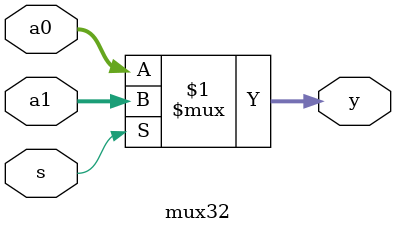
<source format=v>



//// µ÷ÓÃ32Î»¶þÑ¡Ò»mux2x32³ÌÐò²¹³äÏÂÃæ´úÂë£¬ÊµÏÖÅÐ¶Ï×óÒÆ»¹ÊÇÓÒÒÆ
///********** Begin *********/
//mux2x32 m_right4 (sdl4,sdr4,right,t4);
///********** End *********/         
//    /********* Explaination *********/
//        //Èç¹ûright=1£¬ÎªÓÒÒÆ£¬t4=sdr4
//        //Ö®ºó¸ù¾Ý ++sa£º5Î»ÒÆÎ»Î»ÊýÊäÈë¶Ë++ ÊÇ·ñÎª1ÅÐ¶ÏÊÇ·ñÒÆÎ»
//        //Èç¹ûsa[4:0]=10000; ¼´sa[4]=1,Ö¤Ã÷ÒÆÎ»16Î»£¬
//        //Í¬ÀíÒÆÎ»8Î»£¬4Î»£¬1Î»£¬Ò²¿ÉÒÔ¶à´ÎÒÆÎ»£¬Ö»ÒªÏàÓ¦µÄsa[i]==1
//    /**********    End      *********/
    
//    /******************************* ****************************/
////	ÉÏÊö´úÂëµ÷ÓÃ32Î»¶þÑ¡Ò»Â·¶àÂ·Ñ¡ÔñÆ÷£¬´úÂëÔÚ2021ÄêÖ®Ç°educator¿ÉÒÔÊ¹ÓÃ£¬
////	µ«ÊÇ2022Äê½«educator½«32Î»¶þÑ¡Ò»Â·Multiplexer¸ÄÎªÁË£¬4Î»¶þÑ¡Ò»Â·¶àÂ·Ñ¡ÔñÆ÷
////	Èç¹û¼ÌÐøÊ¹ÓÃ£¬¶Ë¿Úport ³¬³öÖ¸¶¨Öµ£¬´úÂë×ÔÈ»±¨´í
//// 
//// ./shift.v:18: warning: Port 1 (a0) of mux2x32 expects 4 bits, got 32.
//	/******************************* ****************************/    
    
//mux2x32 m_shift4 (d,t4,sa[4],s4); //not_shift or shift

//assign      sdl3={s4[23:0],z[7:0]};//shift left 8-bit
//assign      sdr3={e[7:0],s4[31:8]}; //shift right 8-bit
//mux2x32 m_right3 (sdl3,sdr3,right,t3);//left or right
//mux2x32 m_shift3 (s4,t3,sa[3],s3);//not shift or shift

//assign      sdl2={s3[27:0],z[3:0]}; //shift left 4-bit
//assign      sdr2={e[3:0],s3[31:4]};   
//mux2x32 m_right2 (sdl2,sdr2,right,t2); //left or right
//mux2x32 m_shift2 (s3,t2,sa[2],s2);  //not_shift or shift

//assign      sdl1={s2[29:0],z[1:0]}; //shift left 2-bit
//assign      sdr1={e[1:0],s2[31:2]};//shift right 2-bit
//mux2x32 m_right1 (sdl1,sdr1,right,t1);//left or right
//mux2x32 m_shift1(s2,t1,sa[1],s1); //not_shift or shift 
       
//assign      sdl0={s1[30:0],z[0]};  //shift left 1-bit
//assign      sdr0={e[0],s1[31:1]};  //shift right 1-bit
//mux2x32 m_right0 (sdl0,sdr0,right,t0); //left or right
//mux2x32 m_shift0 (s1,t0,sa[0],sh); //not_shift or shift

//function [31:0] shh;
//input [31:0] d;	//d±íÊ¾ÐèÒªÒÆÎ»µÄÊý
//input [4:0] sa;	//sa±íÊ¾ÒÆÎ»µÄ³¤¶È
//input right,arith; //right±íÊ¾ÅÐ¶Ï×óÒÆ»¹ÊÇÓÒÒÆ£¬arithÅÐ¶ÏÂß¼­»¹ÊÇËãÊõÒÆÎ»
//if(right == 0 && arith == 0 && sa == 0)
//    shh = 32'h0000000f;
//else
//    shh = 32'h00000000;
//endfunction

//assign sh = shh(d, sa, right, arith);
//endmodule
module shift(d,sa,right,arith,sh);
	input  [31:0] d;
	input  [4:0]  sa;
	input         right,arith;
	output [31:0] sh;
	wire   [31:0] t0,t1,t2,t3,t4,s1,s2,s3,s4;
	wire          a = d[31] & arith;      //judge whether need arithmetic shift 
	wire   [15:0] e = {16{a}};
	wire   [15:0] z = {16{1'b0}};
	wire   [31:0] sld4,sdr4,sld3,sdr3,sld2,sdr2,sld1,sdr1,sld0,sdr0;
	assign        sld4 = {d[15:0],z};
	assign        sdr4 = {e,d[31:16]};
	mux32 m4_right(sld4,sdr4,right,t4); //mux32(a0,a1,s,y);y = s?a1:a0;
    mux32 m4_shift(d,t4,sa[4],s4);
    assign        sld3 = {s4[23:0],z[7:0]};
	assign        sdr3 = {e[7:0],s4[31:8]};
	mux32 m3_right(sld3,sdr3,right,t3); 
    mux32 m3_shift(s4,t3,sa[3],s3);
	assign        sld2 = {s3[27:0],z[3:0]};
	assign        sdr2 = {e[3:0],d[31:4]};
	mux32 m2_right(sld2,sdr2,right,t2); 
    mux32 m2_shift(s3,t2,sa[2],s2);
	assign        sld1 = {s2[29:0],z[1:0]};
	assign        sdr1 = {e[1:0],d[31:2]};
	mux32 m1_right(sld1,sdr1,right,t1); 
    mux32 m1_shift(s2,t1,sa[1],s1);
	assign        sld0 = {s1[30:0],z[0]};
	assign        sdr0 = {e[0],d[31:1]};
	mux32 m0_right(sld0,sdr0,right,t0); 
    mux32 m0_shift(s1,t0,sa[0],sh);
endmodule

module mux32(a0,a1,s,y);
	input   [31:0] a0,a1;
	input          s;
	output  [31:0] y;
 
	assign y = s?a1:a0;
	
endmodule
</source>
